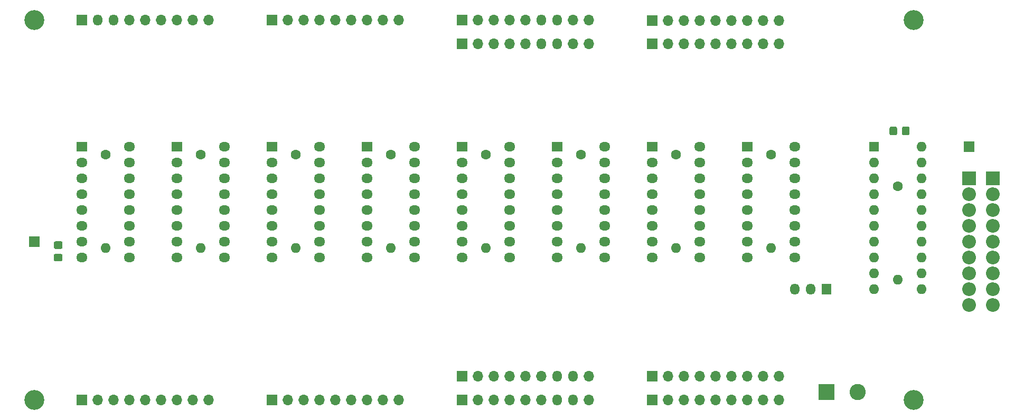
<source format=gbr>
%TF.GenerationSoftware,KiCad,Pcbnew,(5.1.8)-1*%
%TF.CreationDate,2023-02-14T21:38:17+03:00*%
%TF.ProjectId,MUX8x1-v3,4d555838-7831-42d7-9633-2e6b69636164,rev?*%
%TF.SameCoordinates,Original*%
%TF.FileFunction,Soldermask,Bot*%
%TF.FilePolarity,Negative*%
%FSLAX46Y46*%
G04 Gerber Fmt 4.6, Leading zero omitted, Abs format (unit mm)*
G04 Created by KiCad (PCBNEW (5.1.8)-1) date 2023-02-14 21:38:17*
%MOMM*%
%LPD*%
G01*
G04 APERTURE LIST*
%ADD10O,1.600000X1.600000*%
%ADD11C,1.600000*%
%ADD12R,1.600000X1.600000*%
%ADD13R,1.700000X1.700000*%
%ADD14O,2.200000X2.200000*%
%ADD15R,2.200000X2.200000*%
%ADD16O,1.700000X1.700000*%
%ADD17O,1.500000X1.800000*%
%ADD18O,1.800000X1.500000*%
%ADD19R,1.800000X1.500000*%
%ADD20R,1.500000X1.800000*%
%ADD21C,2.600000*%
%ADD22R,2.600000X2.600000*%
%ADD23C,3.200000*%
G04 APERTURE END LIST*
D10*
%TO.C,C9*%
X168910000Y-79770000D03*
D11*
X168910000Y-64770000D03*
%TD*%
D10*
%TO.C,U9*%
X172720000Y-58420000D03*
X165100000Y-81280000D03*
X172720000Y-60960000D03*
X165100000Y-78740000D03*
X172720000Y-63500000D03*
X165100000Y-76200000D03*
X172720000Y-66040000D03*
X165100000Y-73660000D03*
X172720000Y-68580000D03*
X165100000Y-71120000D03*
X172720000Y-71120000D03*
X165100000Y-68580000D03*
X172720000Y-73660000D03*
X165100000Y-66040000D03*
X172720000Y-76200000D03*
X165100000Y-63500000D03*
X172720000Y-78740000D03*
X165100000Y-60960000D03*
X172720000Y-81280000D03*
D12*
X165100000Y-58420000D03*
%TD*%
%TO.C,R2*%
G36*
G01*
X169580000Y-56330001D02*
X169580000Y-55429999D01*
G75*
G02*
X169829999Y-55180000I249999J0D01*
G01*
X170530001Y-55180000D01*
G75*
G02*
X170780000Y-55429999I0J-249999D01*
G01*
X170780000Y-56330001D01*
G75*
G02*
X170530001Y-56580000I-249999J0D01*
G01*
X169829999Y-56580000D01*
G75*
G02*
X169580000Y-56330001I0J249999D01*
G01*
G37*
G36*
G01*
X167580000Y-56330001D02*
X167580000Y-55429999D01*
G75*
G02*
X167829999Y-55180000I249999J0D01*
G01*
X168530001Y-55180000D01*
G75*
G02*
X168780000Y-55429999I0J-249999D01*
G01*
X168780000Y-56330001D01*
G75*
G02*
X168530001Y-56580000I-249999J0D01*
G01*
X167829999Y-56580000D01*
G75*
G02*
X167580000Y-56330001I0J249999D01*
G01*
G37*
%TD*%
D13*
%TO.C,J7*%
X180340000Y-58420000D03*
%TD*%
D14*
%TO.C,J3*%
X180340000Y-83820000D03*
X180340000Y-81280000D03*
X180340000Y-78740000D03*
X180340000Y-76200000D03*
X180340000Y-73660000D03*
X180340000Y-71120000D03*
X180340000Y-68580000D03*
X180340000Y-66040000D03*
D15*
X180340000Y-63500000D03*
%TD*%
D14*
%TO.C,J21*%
X184150000Y-83820000D03*
X184150000Y-81280000D03*
X184150000Y-78740000D03*
X184150000Y-76200000D03*
X184150000Y-73660000D03*
X184150000Y-71120000D03*
X184150000Y-68580000D03*
X184150000Y-66040000D03*
D15*
X184150000Y-63500000D03*
%TD*%
D16*
%TO.C,J18*%
X149860000Y-95250000D03*
X147320000Y-95250000D03*
X144780000Y-95250000D03*
X142240000Y-95250000D03*
X139700000Y-95250000D03*
X137160000Y-95250000D03*
X134620000Y-95250000D03*
X132080000Y-95250000D03*
D13*
X129540000Y-95250000D03*
%TD*%
D16*
%TO.C,J16*%
X149860000Y-99060000D03*
X147320000Y-99060000D03*
X144780000Y-99060000D03*
X142240000Y-99060000D03*
X139700000Y-99060000D03*
X137160000Y-99060000D03*
X134620000Y-99060000D03*
X132080000Y-99060000D03*
D13*
X129540000Y-99060000D03*
%TD*%
D16*
%TO.C,J15*%
X58420000Y-38100000D03*
X55880000Y-38100000D03*
X53340000Y-38100000D03*
X50800000Y-38100000D03*
X48260000Y-38100000D03*
X45720000Y-38100000D03*
D17*
X43180000Y-38100000D03*
X40640000Y-38100000D03*
D13*
X38100000Y-38100000D03*
%TD*%
D16*
%TO.C,J14*%
X119380000Y-99060000D03*
D17*
X116840000Y-99060000D03*
X114300000Y-99060000D03*
D16*
X111760000Y-99060000D03*
X109220000Y-99060000D03*
X106680000Y-99060000D03*
X104140000Y-99060000D03*
X101600000Y-99060000D03*
D13*
X99060000Y-99060000D03*
%TD*%
D16*
%TO.C,J12*%
X119380000Y-95250000D03*
D17*
X116840000Y-95250000D03*
X114300000Y-95250000D03*
D16*
X111760000Y-95250000D03*
X109220000Y-95250000D03*
X106680000Y-95250000D03*
X104140000Y-95250000D03*
X101600000Y-95250000D03*
D13*
X99060000Y-95250000D03*
%TD*%
D16*
%TO.C,J11*%
X88900000Y-38100000D03*
X86360000Y-38100000D03*
X83820000Y-38100000D03*
X81280000Y-38100000D03*
X78740000Y-38100000D03*
X76200000Y-38100000D03*
X73660000Y-38100000D03*
X71120000Y-38100000D03*
D13*
X68580000Y-38100000D03*
%TD*%
D16*
%TO.C,J8*%
X149860000Y-38140000D03*
X147320000Y-38140000D03*
X144780000Y-38140000D03*
X142240000Y-38140000D03*
X139700000Y-38140000D03*
X137160000Y-38140000D03*
X134620000Y-38140000D03*
X132080000Y-38140000D03*
D13*
X129540000Y-38140000D03*
%TD*%
D16*
%TO.C,J6*%
X149860000Y-41910000D03*
X147320000Y-41910000D03*
X144780000Y-41910000D03*
X142240000Y-41910000D03*
X139700000Y-41910000D03*
X137160000Y-41910000D03*
X134620000Y-41910000D03*
X132080000Y-41910000D03*
D13*
X129540000Y-41910000D03*
%TD*%
D16*
%TO.C,J5*%
X88900000Y-99060000D03*
X86360000Y-99060000D03*
X83820000Y-99060000D03*
X81280000Y-99060000D03*
X78740000Y-99060000D03*
X76200000Y-99060000D03*
X73660000Y-99060000D03*
X71120000Y-99060000D03*
D13*
X68580000Y-99060000D03*
%TD*%
D16*
%TO.C,J4*%
X119380000Y-38100000D03*
X116840000Y-38100000D03*
D17*
X114300000Y-38100000D03*
X111760000Y-38100000D03*
D16*
X109220000Y-38100000D03*
X106680000Y-38100000D03*
X104140000Y-38100000D03*
X101600000Y-38100000D03*
D13*
X99060000Y-38100000D03*
%TD*%
D16*
%TO.C,J2*%
X119380000Y-41910000D03*
X116840000Y-41910000D03*
D17*
X114300000Y-41910000D03*
X111760000Y-41910000D03*
D16*
X109220000Y-41910000D03*
X106680000Y-41910000D03*
X104140000Y-41910000D03*
X101600000Y-41910000D03*
D13*
X99060000Y-41910000D03*
%TD*%
D16*
%TO.C,J1*%
X58420000Y-99060000D03*
X55880000Y-99060000D03*
X53340000Y-99060000D03*
X50800000Y-99060000D03*
X48260000Y-99060000D03*
X45720000Y-99060000D03*
X43180000Y-99060000D03*
X40640000Y-99060000D03*
D13*
X38100000Y-99060000D03*
%TD*%
D10*
%TO.C,C8*%
X148590000Y-74690000D03*
D11*
X148590000Y-59690000D03*
%TD*%
D10*
%TO.C,C7*%
X133350000Y-74690000D03*
D11*
X133350000Y-59690000D03*
%TD*%
D10*
%TO.C,C6*%
X118110000Y-74690000D03*
D11*
X118110000Y-59690000D03*
%TD*%
D10*
%TO.C,C5*%
X102870000Y-74690000D03*
D11*
X102870000Y-59690000D03*
%TD*%
D10*
%TO.C,C4*%
X87630000Y-74690000D03*
D11*
X87630000Y-59690000D03*
%TD*%
D10*
%TO.C,C3*%
X72390000Y-74690000D03*
D11*
X72390000Y-59690000D03*
%TD*%
D10*
%TO.C,C2*%
X57150000Y-74690000D03*
D11*
X57150000Y-59690000D03*
%TD*%
D10*
%TO.C,C1*%
X41910000Y-74690000D03*
D11*
X41910000Y-59690000D03*
%TD*%
D18*
%TO.C,U8*%
X152400000Y-58420000D03*
X144780000Y-76200000D03*
X152400000Y-60960000D03*
X144780000Y-73660000D03*
X152400000Y-63500000D03*
X144780000Y-71120000D03*
X152400000Y-66040000D03*
X144780000Y-68580000D03*
X152400000Y-68580000D03*
X144780000Y-66040000D03*
X152400000Y-71120000D03*
X144780000Y-63500000D03*
X152400000Y-73660000D03*
X144780000Y-60960000D03*
X152400000Y-76200000D03*
D19*
X144780000Y-58420000D03*
%TD*%
D18*
%TO.C,U7*%
X137160000Y-58420000D03*
X129540000Y-76200000D03*
X137160000Y-60960000D03*
X129540000Y-73660000D03*
X137160000Y-63500000D03*
X129540000Y-71120000D03*
X137160000Y-66040000D03*
X129540000Y-68580000D03*
X137160000Y-68580000D03*
X129540000Y-66040000D03*
X137160000Y-71120000D03*
X129540000Y-63500000D03*
X137160000Y-73660000D03*
X129540000Y-60960000D03*
X137160000Y-76200000D03*
D19*
X129540000Y-58420000D03*
%TD*%
D18*
%TO.C,U6*%
X121920000Y-58420000D03*
X114300000Y-76200000D03*
X121920000Y-60960000D03*
X114300000Y-73660000D03*
X121920000Y-63500000D03*
X114300000Y-71120000D03*
X121920000Y-66040000D03*
X114300000Y-68580000D03*
X121920000Y-68580000D03*
X114300000Y-66040000D03*
X121920000Y-71120000D03*
X114300000Y-63500000D03*
X121920000Y-73660000D03*
X114300000Y-60960000D03*
X121920000Y-76200000D03*
D19*
X114300000Y-58420000D03*
%TD*%
D18*
%TO.C,U5*%
X106680000Y-58420000D03*
X99060000Y-76200000D03*
X106680000Y-60960000D03*
X99060000Y-73660000D03*
X106680000Y-63500000D03*
X99060000Y-71120000D03*
X106680000Y-66040000D03*
X99060000Y-68580000D03*
X106680000Y-68580000D03*
X99060000Y-66040000D03*
X106680000Y-71120000D03*
X99060000Y-63500000D03*
X106680000Y-73660000D03*
X99060000Y-60960000D03*
X106680000Y-76200000D03*
D19*
X99060000Y-58420000D03*
%TD*%
D18*
%TO.C,U4*%
X91440000Y-58420000D03*
X83820000Y-76200000D03*
X91440000Y-60960000D03*
X83820000Y-73660000D03*
X91440000Y-63500000D03*
X83820000Y-71120000D03*
X91440000Y-66040000D03*
X83820000Y-68580000D03*
X91440000Y-68580000D03*
X83820000Y-66040000D03*
X91440000Y-71120000D03*
X83820000Y-63500000D03*
X91440000Y-73660000D03*
X83820000Y-60960000D03*
X91440000Y-76200000D03*
D19*
X83820000Y-58420000D03*
%TD*%
D18*
%TO.C,U3*%
X76200000Y-58420000D03*
X68580000Y-76200000D03*
X76200000Y-60960000D03*
X68580000Y-73660000D03*
X76200000Y-63500000D03*
X68580000Y-71120000D03*
X76200000Y-66040000D03*
X68580000Y-68580000D03*
X76200000Y-68580000D03*
X68580000Y-66040000D03*
X76200000Y-71120000D03*
X68580000Y-63500000D03*
X76200000Y-73660000D03*
X68580000Y-60960000D03*
X76200000Y-76200000D03*
D19*
X68580000Y-58420000D03*
%TD*%
D18*
%TO.C,U2*%
X60960000Y-58420000D03*
X53340000Y-76200000D03*
X60960000Y-60960000D03*
X53340000Y-73660000D03*
X60960000Y-63500000D03*
X53340000Y-71120000D03*
X60960000Y-66040000D03*
X53340000Y-68580000D03*
X60960000Y-68580000D03*
X53340000Y-66040000D03*
X60960000Y-71120000D03*
X53340000Y-63500000D03*
X60960000Y-73660000D03*
X53340000Y-60960000D03*
X60960000Y-76200000D03*
D19*
X53340000Y-58420000D03*
%TD*%
D18*
%TO.C,U1*%
X45720000Y-58420000D03*
X38100000Y-76200000D03*
X45720000Y-60960000D03*
X38100000Y-73660000D03*
X45720000Y-63500000D03*
X38100000Y-71120000D03*
X45720000Y-66040000D03*
X38100000Y-68580000D03*
X45720000Y-68580000D03*
X38100000Y-66040000D03*
X45720000Y-71120000D03*
X38100000Y-63500000D03*
X45720000Y-73660000D03*
X38100000Y-60960000D03*
X45720000Y-76200000D03*
D19*
X38100000Y-58420000D03*
%TD*%
%TO.C,R1*%
G36*
G01*
X33839999Y-75600000D02*
X34740001Y-75600000D01*
G75*
G02*
X34990000Y-75849999I0J-249999D01*
G01*
X34990000Y-76550001D01*
G75*
G02*
X34740001Y-76800000I-249999J0D01*
G01*
X33839999Y-76800000D01*
G75*
G02*
X33590000Y-76550001I0J249999D01*
G01*
X33590000Y-75849999D01*
G75*
G02*
X33839999Y-75600000I249999J0D01*
G01*
G37*
G36*
G01*
X33839999Y-73600000D02*
X34740001Y-73600000D01*
G75*
G02*
X34990000Y-73849999I0J-249999D01*
G01*
X34990000Y-74550001D01*
G75*
G02*
X34740001Y-74800000I-249999J0D01*
G01*
X33839999Y-74800000D01*
G75*
G02*
X33590000Y-74550001I0J249999D01*
G01*
X33590000Y-73849999D01*
G75*
G02*
X33839999Y-73600000I249999J0D01*
G01*
G37*
%TD*%
D13*
%TO.C,J20*%
X30480000Y-73660000D03*
%TD*%
D17*
%TO.C,J10*%
X152400000Y-81280000D03*
X154940000Y-81280000D03*
D20*
X157480000Y-81280000D03*
%TD*%
D21*
%TO.C,J9*%
X162480000Y-97790000D03*
D22*
X157480000Y-97790000D03*
%TD*%
D23*
%TO.C,H4*%
X171450000Y-99060000D03*
%TD*%
%TO.C,H3*%
X171450000Y-38100000D03*
%TD*%
%TO.C,H2*%
X30480000Y-99060000D03*
%TD*%
%TO.C,H1*%
X30480000Y-38100000D03*
%TD*%
M02*

</source>
